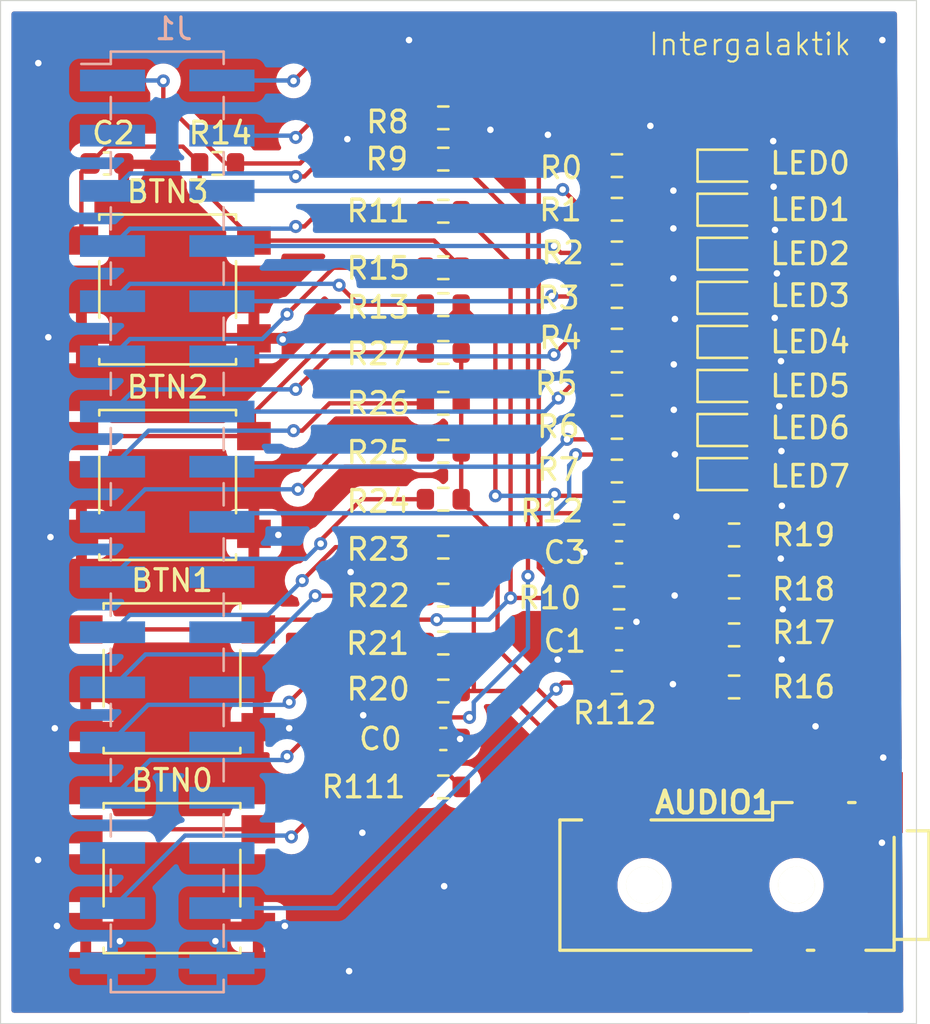
<source format=kicad_pcb>
(kicad_pcb (version 20240108) (generator "pcbnew") (generator_version "8.0")
  (title_block (date "2024-07-18") (company "Intergalaktik d.o.o."))
  (layers (0 "F.Cu" signal) (1 "In1.Cu" signal "GND1.Cu") (2 "In2.Cu" signal "GND2.Cu") (31 "B.Cu" signal) (34 "B.Paste" user) (35 "F.Paste" user) (36 "B.SilkS" user "B.Silkscreen") (37 "F.SilkS" user "F.Silkscreen") (38 "B.Mask" user) (39 "F.Mask" user) (44 "Edge.Cuts" user))
  (net 0 "")
  (net 1 "/AUDIO_V")
  (net 3 "/AUDIO_L")
  (net 4 "GND")
  (net 6 "/AUDIO_R")
  (net 7 "Net-(BTN0-Pad1)")
  (net 8 "Net-(BTN1-Pad1)")
  (net 9 "Net-(BTN2-Pad1)")
  (net 10 "Net-(BTN3-Pad1)")
  (net 11 "/FPGA_SPI_FWD")
  (net 12 "+2V5")
  (net 13 "/WC_A1")
  (net 14 "Net-(J1-Pin_32)")
  (net 15 "AUDIO_L2")
  (net 16 "+1V8")
  (net 17 "/SER_RX_N")
  (net 18 "AUDIO_R1")
  (net 19 "/SER_TX_N")
  (net 20 "/WB_A8")
  (net 21 "AUDIO_R3")
  (net 22 "/EA_A8")
  (net 23 "/SER_CLK_N")
  (net 24 "AUDIO_L1")
  (net 25 "/WC_A2")
  (net 26 "/WC_B0")
  (net 27 "Net-(J1-Pin_31)")
  (net 28 "/EA_B8")
  (net 29 "/WC_A3")
  (net 30 "AUDIO_L3")
  (net 31 "/SER_TX_P")
  (net 32 "AUDIO_R2")
  (net 33 "/WB_B8")
  (net 34 "/FPGA_RESET_IN")
  (net 35 "/SER_CLK_P")
  (net 36 "/WC_B1")
  (net 37 "/WC_B3")
  (net 38 "AUDIO_L0")
  (net 39 "AUDIO_R0")
  (net 40 "/WC_B2")
  (net 41 "/SER_RX_P")
  (net 42 "/WC_A0")
  (net 43 "Net-(LED0-K)")
  (net 44 "Net-(LED1-K)")
  (net 45 "Net-(LED2-K)")
  (net 46 "Net-(LED3-K)")
  (net 47 "Net-(LED4-K)")
  (net 48 "Net-(LED5-K)")
  (net 49 "Net-(LED6-K)")
  (net 50 "Net-(LED7-K)")
  (net 51 "AUDIO_V0")
  (net 52 "AUDIO_V1")
  (net 53 "AUDIO_V2")
  (net 54 "AUDIO_V3")
  (net 55 "/CLK0")
  (net 56 "/CLK3")
  (footprint "Resistor_SMD:R_0603_1608Metric" (layer "F.Cu") (at 127.5 75.557136)
    (property "Reference" "R24")
    (property "Value" "1.1k" (hide yes))
  )
  (footprint "Resistor_SMD:R_0603_1608Metric" (layer "F.Cu") (at 117.1 60.1)
    (property "Reference" "R14")
    (property "Value" "10K/R0402" (hide yes))
  )
  (footprint "LED_SMD:LED_0603_1608Metric" (layer "F.Cu") (at 140.7 74.4)
    (property "Reference" "LED7")
    (property "Value" "LED" (hide yes))
  )
  (footprint "LED_SMD:LED_0603_1608Metric" (layer "F.Cu") (at 140.7 60.2)
    (property "Reference" "LED0")
    (property "Value" "LED" (hide yes))
  )
  (footprint "Capacitor_SMD:C_0603_1608Metric" (layer "F.Cu") (at 135.6 82)
    (property "Reference" "C1")
    (property "Value" "100nF/10V/20%/X5R/C0402" (hide yes))
  )
  (footprint "Resistor_SMD:R_0603_1608Metric" (layer "F.Cu") (at 135.5 74.258331 180)
    (property "Reference" "R7")
    (property "Value" "2.2K/R0402" (hide yes))
  )
  (footprint "Resistor_SMD:R_0603_1608Metric" (layer "F.Cu") (at 140.9 79.6)
    (property "Reference" "R18")
    (property "Value" "270" (hide yes))
  )
  (footprint "Resistor_SMD:R_0603_1608Metric" (layer "F.Cu") (at 135.5 72.249998 180)
    (property "Reference" "R6")
    (property "Value" "2.2K/R0402" (hide yes))
  )
  (footprint "Button_Switch_SMD:SW_SPST_B3S-1000" (layer "F.Cu") (at 114.8 74.9)
    (property "Reference" "BTN2")
    (property "Value" "BTN" (hide yes))
  )
  (footprint "Resistor_SMD:R_0603_1608Metric" (layer "F.Cu") (at 135.5 66.224999 180)
    (property "Reference" "R3")
    (property "Value" "2.2K/R0402" (hide yes))
  )
  (footprint "Resistor_SMD:R_0603_1608Metric" (layer "F.Cu") (at 127.5 84.385704)
    (property "Reference" "R20")
    (property "Value" "1.1k" (hide yes))
  )
  (footprint "Resistor_SMD:R_0603_1608Metric" (layer "F.Cu") (at 127.5 71.142852)
    (property "Reference" "R26")
    (property "Value" "270" (hide yes))
  )
  (footprint "Resistor_SMD:R_0603_1608Metric" (layer "F.Cu") (at 127.5 73.349994)
    (property "Reference" "R25")
    (property "Value" "549" (hide yes))
  )
  (footprint "Capacitor_SMD:C_0603_1608Metric" (layer "F.Cu") (at 127.5 86.592846)
    (property "Reference" "C0")
    (property "Value" "100nF/10V/20%/X5R/C0402" (hide yes))
  )
  (footprint "Resistor_SMD:R_0603_1608Metric" (layer "F.Cu") (at 127.5 88.8)
    (property "Reference" "R111")
    (property "Value" "100R/R0402" (hide yes))
  )
  (footprint "Resistor_SMD:R_0603_1608Metric" (layer "F.Cu") (at 135.5 64.216666 180)
    (property "Reference" "R2")
    (property "Value" "2.2K/R0402" (hide yes))
  )
  (footprint "Resistor_SMD:R_0603_1608Metric" (layer "F.Cu") (at 135.6 76.2 180)
    (property "Reference" "R12")
    (property "Value" "10K/R0402" (hide yes))
  )
  (footprint "Resistor_SMD:R_0603_1608Metric" (layer "F.Cu") (at 135.6 80.1)
    (property "Reference" "R10")
    (property "Value" "10K/R0402" (hide yes))
  )
  (footprint "Resistor_SMD:R_0603_1608Metric" (layer "F.Cu") (at 127.5 82.178562)
    (property "Reference" "R21")
    (property "Value" "549" (hide yes))
  )
  (footprint "Resistor_SMD:R_0603_1608Metric" (layer "F.Cu") (at 135.5 70.241665 180)
    (property "Reference" "R5")
    (property "Value" "2.2K/R0402" (hide yes))
  )
  (footprint "Resistor_SMD:R_0603_1608Metric" (layer "F.Cu") (at 140.9 84.2)
    (property "Reference" "R16")
    (property "Value" "1.1k" (hide yes))
  )
  (footprint "Resistor_SMD:R_0603_1608Metric" (layer "F.Cu") (at 140.9 81.8)
    (property "Reference" "R17")
    (property "Value" "549" (hide yes))
  )
  (footprint "Resistor_SMD:R_0603_1608Metric" (layer "F.Cu") (at 135.5 62.208333 180)
    (property "Reference" "R1")
    (property "Value" "2.2K/R0402" (hide yes))
  )
  (footprint "Button_Switch_SMD:SW_SPST_B3S-1000" (layer "F.Cu") (at 115 93)
    (property "Reference" "BTN0")
    (property "Value" "BTN" (hide yes))
  )
  (footprint "Capacitor_SMD:C_0603_1608Metric" (layer "F.Cu") (at 112 60.1)
    (property "Reference" "C2")
    (property "Value" "100nF/10V/20%/X5R/C0402" (hide yes))
  )
  (footprint "Button_Switch_SMD:SW_SPST_B3S-1000" (layer "F.Cu") (at 115 83.8)
    (property "Reference" "BTN1")
    (property "Value" "BTN" (hide yes))
  )
  (footprint "Capacitor_SMD:C_0603_1608Metric" (layer "F.Cu") (at 135.6 78 180)
    (property "Reference" "C3")
    (property "Value" "100nF/10V/20%/X5R/C0402" (hide yes))
  )
  (footprint "Button_Switch_SMD:SW_SPST_B3S-1000" (layer "F.Cu") (at 114.8 65.9)
    (property "Reference" "BTN3")
    (property "Value" "BTN" (hide yes))
  )
  (footprint "LED_SMD:LED_0603_1608Metric" (layer "F.Cu") (at 140.7 64.257142)
    (property "Reference" "LED2")
    (property "Value" "LED" (hide yes))
  )
  (footprint "Resistor_SMD:R_0603_1608Metric" (layer "F.Cu") (at 127.5 79.97142)
    (property "Reference" "R22")
    (property "Value" "270" (hide yes))
  )
  (footprint "LED_SMD:LED_0603_1608Metric" (layer "F.Cu") (at 140.7 66.285713)
    (property "Reference" "LED3")
    (property "Value" "LED" (hide yes))
  )
  (footprint "Resistor_SMD:R_0603_1608Metric" (layer "F.Cu") (at 127.5 68.8)
    (property "Reference" "R27")
    (property "Value" "130" (hide yes))
  )
  (footprint "LED_SMD:LED_0603_1608Metric" (layer "F.Cu") (at 140.7 72.371426)
    (property "Reference" "LED6")
    (property "Value" "LED" (hide yes))
  )
  (footprint "LED_SMD:LED_0603_1608Metric" (layer "F.Cu") (at 140.7 62.228571)
    (property "Reference" "LED1")
    (property "Value" "LED" (hide yes))
  )
  (footprint "Resistor_SMD:R_0603_1608Metric" (layer "F.Cu") (at 127.5 58 180)
    (property "Reference" "R8")
    (property "Value" "10K/R0402" (hide yes))
  )
  (footprint "LED_SMD:LED_0603_1608Metric" (layer "F.Cu") (at 140.7 70.342855)
    (property "Reference" "LED5")
    (property "Value" "LED" (hide yes))
  )
  (footprint "Resistor_SMD:R_0603_1608Metric" (layer "F.Cu") (at 135.5 84)
    (property "Reference" "R112")
    (property "Value" "100R/R0402" (hide yes))
  )
  (footprint "Resistor_SMD:R_0603_1608Metric" (layer "F.Cu") (at 127.5 77.764278)
    (property "Reference" "R23")
    (property "Value" "130" (hide yes))
  )
  (footprint "Resistor_SMD:R_0603_1608Metric" (layer "F.Cu") (at 127.5 66.6)
    (property "Reference" "R13")
    (property "Value" "22R/R0402" (hide yes))
  )
  (footprint "Resistor_SMD:R_0603_1608Metric" (layer "F.Cu") (at 127.5 62.3)
    (property "Reference" "R11")
    (property "Value" "22R/R0402" (hide yes))
  )
  (footprint "Resistor_SMD:R_0603_1608Metric" (layer "F.Cu") (at 140.9 77.2)
    (property "Reference" "R19")
    (property "Value" "130" (hide yes))
  )
  (footprint "Resistor_SMD:R_0603_1608Metric" (layer "F.Cu") (at 127.5 59.9)
    (property "Reference" "R9")
    (property "Value" "22R/R0402" (hide yes))
  )
  (footprint "LED_SMD:LED_0603_1608Metric" (layer "F.Cu") (at 140.7 68.314284)
    (property "Reference" "LED4")
    (property "Value" "LED" (hide yes))
  )
  (footprint "audio-jack:CUI_SJ-43516-SMT" (layer "F.Cu") (at 140.7725 93.32 -90)
    (property "Reference" "AUDIO1")
    (property "Value" "JACK_TRS_6PINS" (hide yes))
  )
  (footprint "Resistor_SMD:R_0603_1608Metric" (layer "F.Cu") (at 135.5 68.233332 180)
    (property "Reference" "R4")
    (property "Value" "2.2K/R0402" (hide yes))
  )
  (footprint "Resistor_SMD:R_0603_1608Metric" (layer "F.Cu") (at 127.5 64.9)
    (property "Reference" "R15")
    (property "Value" "22R/R0402" (hide yes))
  )
  (footprint "Resistor_SMD:R_0603_1608Metric" (layer "F.Cu") (at 135.5 60.2 180)
    (property "Reference" "R0")
    (property "Value" "2.2K/R0402" (hide yes))
  )
  (footprint "Connector_PinSocket_2.54mm:PinSocket_2x17_P2.54mm_Vertical_SMD" (layer "B.Cu") (at 114.78 76.6 180)
    (property "Reference" "J1")
    (property "Value" "Conn_02x17_Odd_Even" (hide yes))
  )
  (gr_rect (start 107.1 52.6) (end 149.3 99.7) (stroke (width 0.05)) (fill none) (layer "Edge.Cuts"))
  (gr_text "Intergalaktik" (at 136.9 55.2 0) (layer "F.SilkS") (effects (font (size 1 1) (thickness 0.1)) (justify left bottom)))
  (segment (start 141.725 84.2) (end 144.8725 87.3475) (width 0.2) (layer "F.Cu") (net 1))
  (segment (start 144.8725 87.3475) (end 144.8725 89.52) (width 0.2) (layer "F.Cu") (net 1))
  (segment (start 141.725 77.2) (end 141.725 84.2) (width 0.2) (layer "F.Cu") (net 1))
  (segment (start 135.4725 89.52) (end 130.338204 84.385704) (width 0.2) (layer "F.Cu") (net 3))
  (segment (start 130.338204 84.385704) (end 128.425 84.385704) (width 0.2) (layer "F.Cu") (net 3))
  (segment (start 128.325 79.97142) (end 128.325 77.764278) (width 0.2) (layer "F.Cu") (net 3))
  (segment (start 128.904999 84.385704) (end 128.904999 77.864278) (width 0.2) (layer "F.Cu") (net 3))
  (segment (start 128.325 82.178562) (end 128.325 84.385704) (width 0.2) (layer "F.Cu") (net 3))
  (segment (start 128.904999 77.864278) (end 128.804999 77.764278) (width 0.2) (layer "F.Cu") (net 3))
  (segment (start 109.3 68.1) (end 110.775 68.1) (width 0.2) (layer "F.Cu") (net 4))
  (segment (start 119.025 86.1) (end 118.975 86.05) (width 0.2) (layer "F.Cu") (net 4))
  (segment (start 111.1 67.875) (end 111.1 67.6) (width 0.2) (layer "F.Cu") (net 4))
  (segment (start 118.775 68.15) (end 120.05 68.15) (width 0.2) (layer "F.Cu") (net 4))
  (segment (start 120.15 95.25) (end 120.2 95.2) (width 0.2) (layer "F.Cu") (net 4))
  (segment (start 110.675 77.3) (end 110.825 77.15) (width 0.2) (layer "F.Cu") (net 4))
  (segment (start 111.1 67.6) (end 111.375 67.6) (width 0.2) (layer "F.Cu") (net 4))
  (segment (start 119.85 77.15) (end 119.9 77.2) (width 0.2) (layer "F.Cu") (net 4))
  (segment (start 109.6 86.1) (end 110.975 86.1) (width 0.2) (layer "F.Cu") (net 4))
  (segment (start 118.925 77.3) (end 118.775 77.15) (width 0.2) (layer "F.Cu") (net 4))
  (segment (start 136.4 81.2) (end 136.4 81.975) (width 0.2) (layer "F.Cu") (net 4))
  (segment (start 147.6725 89.52) (end 147.6725 87.5475) (width 0.2) (layer "F.Cu") (net 4))
  (segment (start 134 78) (end 134.825 78) (width 0.2) (layer "F.Cu") (net 4))
  (segment (start 118.975 95.25) (end 120.15 95.25) (width 0.2) (layer "F.Cu") (net 4))
  (segment (start 118.825 77.2) (end 118.775 77.15) (width 0.2) (layer "F.Cu") (net 4))
  (segment (start 118.975 86.05) (end 120.35 86.05) (width 0.2) (layer "F.Cu") (net 4))
  (segment (start 110.825 68.15) (end 111.1 67.875) (width 0.2) (layer "F.Cu") (net 4))
  (segment (start 136.4 81.975) (end 136.375 82) (width 0.2) (layer "F.Cu") (net 4))
  (segment (start 118.825 68.2) (end 118.775 68.15) (width 0.2) (layer "F.Cu") (net 4))
  (segment (start 147.6725 89.52) (end 147.71 89.5575) (width 0.2) (layer "F.Cu") (net 4))
  (segment (start 110.975 95.2) (end 111.025 95.25) (width 0.2) (layer "F.Cu") (net 4))
  (segment (start 119.025 95.3) (end 118.975 95.25) (width 0.2) (layer "F.Cu") (net 4))
  (segment (start 120.35 86.05) (end 120.4 86.1) (width 0.2) (layer "F.Cu") (net 4))
  (segment (start 118.775 77.15) (end 119.85 77.15) (width 0.2) (layer "F.Cu") (net 4))
  (segment (start 109.7 95.2) (end 110.975 95.2) (width 0.2) (layer "F.Cu") (net 4))
  (segment (start 110.775 68.1) (end 110.825 68.15) (width 0.2) (layer "F.Cu") (net 4))
  (segment (start 120.05 68.15) (end 120.1 68.2) (width 0.2) (layer "F.Cu") (net 4))
  (segment (start 147.6725 87.5475) (end 147.77 87.45) (width 0.2) (layer "F.Cu") (net 4))
  (segment (start 109.4 77.3) (end 110.675 77.3) (width 0.2) (layer "F.Cu") (net 4))
  (segment (start 147.71 89.5575) (end 147.71 91.37) (width 0.2) (layer "F.Cu") (net 4))
  (segment (start 110.975 86.1) (end 111.025 86.05) (width 0.2) (layer "F.Cu") (net 4))
  (via (at 137.04 58.37) (size 0.6) (drill 0.3) (layers "F.Cu" "B.Cu") (net 4))
  (via (at 123.08 58.98) (size 0.6) (drill 0.3) (layers "F.Cu" "B.Cu") (net 4))
  (via (at 138.1 61.35) (size 0.6) (drill 0.3) (layers "F.Cu" "B.Cu") (net 4))
  (via (at 123.16 97.28) (size 0.6) (drill 0.3) (layers "F.Cu" "B.Cu") (net 4))
  (via (at 108.83 92.16) (size 0.6) (drill 0.3) (layers "F.Cu" "B.Cu") (net 4))
  (via (at 138.12 71.44) (size 0.6) (drill 0.3) (layers "F.Cu" "B.Cu") (net 4))
  (via (at 143.09 82.93) (size 0.6) (drill 0.3) (layers "F.Cu" "B.Cu") (net 4))
  (via (at 117 95.9) (size 0.6) (drill 0.3) (layers "F.Cu" "B.Cu") (net 4))
  (via (at 142.87 65.16) (size 0.6) (drill 0.3) (layers "F.Cu" "B.Cu") (net 4))
  (via (at 120.2 95.2) (size 0.6) (drill 0.3) (layers "F.Cu" "B.Cu") (net 4))
  (via (at 138.1 63.09) (size 0.6) (drill 0.3) (layers "F.Cu" "B.Cu") (net 4))
  (via (at 138.12 69.35) (size 0.6) (drill 0.3) (layers "F.Cu" "B.Cu") (net 4))
  (via (at 120.4 86.1) (size 0.6) (drill 0.3) (layers "F.Cu" "B.Cu") (net 4))
  (via (at 143.05 78.29) (size 0.6) (drill 0.3) (layers "F.Cu" "B.Cu") (net 4))
  (via (at 129.67 58.55) (size 0.6) (drill 0.3) (layers "F.Cu" "B.Cu") (net 4))
  (via (at 108.84 55.48) (size 0.6) (drill 0.3) (layers "F.Cu" "B.Cu") (net 4))
  (via (at 120.1 68.2) (size 0.6) (drill 0.3) (layers "F.Cu" "B.Cu") (net 4))
  (via (at 143.1 75.86) (size 0.6) (drill 0.3) (layers "F.Cu" "B.Cu") (net 4))
  (via (at 138.17 73.49) (size 0.6) (drill 0.3) (layers "F.Cu" "B.Cu") (net 4))
  (via (at 123.23 78.91) (size 0.6) (drill 0.3) (layers "F.Cu" "B.Cu") (net 4))
  (via (at 138.1 65.39) (size 0.6) (drill 0.3) (layers "F.Cu" "B.Cu") (net 4))
  (via (at 136.4 81.2) (size 0.6) (drill 0.3) (layers "F.Cu" "B.Cu") (net 4))
  (via (at 147.71 91.37) (size 0.6) (drill 0.3) (layers "F.Cu" "B.Cu") (net 4))
  (via (at 109.7 95.2) (size 0.6) (drill 0.3) (layers "F.Cu" "B.Cu") (net 4))
  (via (at 143.14 80.62) (size 0.6) (drill 0.3) (layers "F.Cu" "B.Cu") (net 4))
  (via (at 134 78) (size 0.6) (drill 0.3) (layers "F.Cu" "B.Cu") (net 4))
  (via (at 128.275 86.592846) (size 0.6) (drill 0.3) (layers "F.Cu" "B.Cu") (net 4))
  (via (at 143.06 69.2) (size 0.6) (drill 0.3) (layers "F.Cu" "B.Cu") (net 4))
  (via (at 112.6 95.9) (size 0.6) (drill 0.3) (layers "F.Cu" "B.Cu") (net 4))
  (via (at 147.77 87.45) (size 0.6) (drill 0.3) (layers "F.Cu" "B.Cu") (net 4))
  (via (at 119.9 77.2) (size 0.6) (drill 0.3) (layers "F.Cu" "B.Cu") (net 4))
  (via (at 138.16 79.99) (size 0.6) (drill 0.3) (layers "F.Cu" "B.Cu") (net 4))
  (via (at 127.54 93.37) (size 0.6) (drill 0.3) (layers "F.Cu" "B.Cu") (net 4))
  (via (at 138.24 76.35) (size 0.6) (drill 0.3) (layers "F.Cu" "B.Cu") (net 4))
  (via (at 144.65 86.01) (size 0.6) (drill 0.3) (layers "F.Cu" "B.Cu") (net 4))
  (via (at 142.7 59.07) (size 0.6) (drill 0.3) (layers "F.Cu" "B.Cu") (net 4))
  (via (at 142.72 61.17) (size 0.6) (drill 0.3) (layers "F.Cu" "B.Cu") (net 4))
  (via (at 147.73 54.42) (size 0.6) (drill 0.3) (layers "F.Cu" "B.Cu") (net 4))
  (via (at 138.17 67.26) (size 0.6) (drill 0.3) (layers "F.Cu" "B.Cu") (net 4))
  (via (at 123.81 85.5) (size 0.6) (drill 0.3) (layers "F.Cu" "B.Cu") (net 4))
  (via (at 109.4 77.3) (size 0.6) (drill 0.3) (layers "F.Cu" "B.Cu") (net 4))
  (via (at 123.77 90.91) (size 0.6) (drill 0.3) (layers "F.Cu" "B.Cu") (net 4))
  (via (at 142.78 63.16) (size 0.6) (drill 0.3) (layers "F.Cu" "B.Cu") (net 4))
  (via (at 138.08 84.07) (size 0.6) (drill 0.3) (layers "F.Cu" "B.Cu") (net 4))
  (via (at 109.3 68.1) (size 0.6) (drill 0.3) (layers "F.Cu" "B.Cu") (net 4))
  (via (at 143.08 73.34) (size 0.6) (drill 0.3) (layers "F.Cu" "B.Cu") (net 4))
  (via (at 142.98 71.28) (size 0.6) (drill 0.3) (layers "F.Cu" "B.Cu") (net 4))
  (via (at 109.6 86.1) (size 0.6) (drill 0.3) (layers "F.Cu" "B.Cu") (net 4))
  (via (at 125.92 54.42) (size 0.6) (drill 0.3) (layers "F.Cu" "B.Cu") (net 4))
  (via (at 132.32 58.78) (size 0.6) (drill 0.3) (layers "F.Cu" "B.Cu") (net 4))
  (via (at 142.77 67.21) (size 0.6) (drill 0.3) (layers "F.Cu" "B.Cu") (net 4))
  (via (at 132.77 82.94) (size 0.6) (drill 0.3) (layers "F.Cu" "B.Cu") (net 4))
  (segment (start 137.79 86.9) (end 139.73 88.84) (width 0.2) (layer "F.Cu") (net 6))
  (segment (start 134.45 86.898529) (end 134.45 86.9) (width 0.2) (layer "F.Cu") (net 6))
  (segment (start 128.325 73.349994) (end 128.325 75.557136) (width 0.2) (layer "F.Cu") (net 6))
  (segment (start 128.325 71.142852) (end 128.325 68.8) (width 0.2) (layer "F.Cu") (net 6))
  (segment (start 139.73 93.8775) (end 142.9725 97.12) (width 0.2) (layer "F.Cu") (net 6))
  (segment (start 130 82.448529) (end 134.45 86.898529) (width 0.2) (layer "F.Cu") (net 6))
  (segment (start 134.45 86.9) (end 137.79 86.9) (width 0.2) (layer "F.Cu") (net 6))
  (segment (start 139.73 88.84) (end 139.73 93.8775) (width 0.2) (layer "F.Cu") (net 6))
  (segment (start 128.325 71.142852) (end 128.325 73.349994) (width 0.2) (layer "F.Cu") (net 6))
  (segment (start 130 77.332136) (end 130 82.448529) (width 0.2) (layer "F.Cu") (net 6))
  (segment (start 128.225 75.557136) (end 130 77.332136) (width 0.2) (layer "F.Cu") (net 6))
  (segment (start 123.132154 86.592846) (end 126.725 86.592846) (width 0.2) (layer "F.Cu") (net 7))
  (segment (start 128.325 59.9) (end 128.325 58) (width 0.2) (layer "F.Cu") (net 7))
  (segment (start 126.725 86.592846) (end 127.717846 85.6) (width 0.2) (layer "F.Cu") (net 7))
  (segment (start 118.975 90.75) (end 123.132154 86.592846) (width 0.2) (layer "F.Cu") (net 7))
  (segment (start 131.4 63.175) (end 131.4 79.1) (width 0.2) (layer "F.Cu") (net 7))
  (segment (start 128.125 59.9) (end 131.4 63.175) (width 0.2) (layer "F.Cu") (net 7))
  (segment (start 111.025 90.75) (end 118.975 90.75) (width 0.2) (layer "F.Cu") (net 7))
  (segment (start 127.717846 85.6) (end 128.704999 85.6) (width 0.2) (layer "F.Cu") (net 7))
  (via (at 128.704999 85.6) (size 0.6) (drill 0.3) (layers "F.Cu" "B.Cu") (net 7))
  (via (at 131.4 79.1) (size 0.6) (drill 0.3) (layers "F.Cu" "B.Cu") (net 7))
  (segment (start 131.4 82.4) (end 131.4 79.1) (width 0.2) (layer "B.Cu") (net 7))
  (segment (start 128.9 84.9) (end 131.4 82.4) (width 0.2) (layer "B.Cu") (net 7))
  (segment (start 128.904999 85.6) (end 128.904999 84.9) (width 0.2) (layer "B.Cu") (net 7))
  (segment (start 130.6 64.675) (end 130.6 80.1) (width 0.2) (layer "F.Cu") (net 8))
  (segment (start 111.025 81.55) (end 118.975 81.55) (width 0.2) (layer "F.Cu") (net 8))
  (segment (start 134.775 81.95) (end 134.825 82) (width 0.2) (layer "F.Cu") (net 8))
  (segment (start 130.6 80.1) (end 134.775 80.1) (width 0.2) (layer "F.Cu") (net 8))
  (segment (start 119.425 81.1) (end 127.2 81.1) (width 0.2) (layer "F.Cu") (net 8))
  (segment (start 128.225 62.3) (end 130.6 64.675) (width 0.2) (layer "F.Cu") (net 8))
  (segment (start 118.975 81.55) (end 119.425 81.1) (width 0.2) (layer "F.Cu") (net 8))
  (segment (start 134.775 80.1) (end 134.775 81.95) (width 0.2) (layer "F.Cu") (net 8))
  (via (at 130.6 80.1) (size 0.6) (drill 0.3) (layers "F.Cu" "B.Cu") (net 8))
  (via (at 127.2 81.1) (size 0.6) (drill 0.3) (layers "F.Cu" "B.Cu") (net 8))
  (segment (start 129.6 81.1) (end 130.6 80.1) (width 0.2) (layer "B.Cu") (net 8))
  (segment (start 127.2 81.1) (end 129.6 81.1) (width 0.2) (layer "B.Cu") (net 8))
  (segment (start 127.55 67.375) (end 122.976471 67.375) (width 0.2) (layer "F.Cu") (net 9))
  (segment (start 128.325 66.6) (end 127.55 67.375) (width 0.2) (layer "F.Cu") (net 9))
  (segment (start 136.375 76.25) (end 136.425 76.2) (width 0.2) (layer "F.Cu") (net 9))
  (segment (start 132.625735 75.325735) (end 132.7 75.4) (width 0.2) (layer "F.Cu") (net 9))
  (segment (start 110.825 72.65) (end 118.775 72.65) (width 0.2) (layer "F.Cu") (net 9))
  (segment (start 135.625 75.4) (end 136.425 76.2) (width 0.2) (layer "F.Cu") (net 9))
  (segment (start 118.775 71.576471) (end 118.775 72.65) (width 0.2) (layer "F.Cu") (net 9))
  (segment (start 132.7 75.4) (end 135.625 75.4) (width 0.2) (layer "F.Cu") (net 9))
  (segment (start 129.9 68.175) (end 128.325 66.6) (width 0.2) (layer "F.Cu") (net 9))
  (segment (start 129.9 75.4) (end 129.9 68.175) (width 0.2) (layer "F.Cu") (net 9))
  (segment (start 136.375 78) (end 136.375 76.25) (width 0.2) (layer "F.Cu") (net 9))
  (segment (start 122.976471 67.375) (end 118.775 71.576471) (width 0.2) (layer "F.Cu") (net 9))
  (via (at 129.9 75.4) (size 0.6) (drill 0.3) (layers "F.Cu" "B.Cu") (net 9))
  (via (at 132.625735 75.325735) (size 0.6) (drill 0.3) (layers "F.Cu" "B.Cu") (net 9))
  (segment (start 132.55147 75.4) (end 132.625735 75.325735) (width 0.2) (layer "B.Cu") (net 9))
  (segment (start 129.9 75.4) (end 132.55147 75.4) (width 0.2) (layer "B.Cu") (net 9))
  (segment (start 118.775 63.65) (end 127.075 63.65) (width 0.2) (layer "F.Cu") (net 10))
  (segment (start 110.825 60.5) (end 111.225 60.1) (width 0.2) (layer "F.Cu") (net 10))
  (segment (start 127.075 63.65) (end 128.325 64.9) (width 0.2) (layer "F.Cu") (net 10))
  (segment (start 116.275 60.1) (end 116.275 61.15) (width 0.2) (layer "F.Cu") (net 10))
  (segment (start 110.825 63.65) (end 110.825 60.5) (width 0.2) (layer "F.Cu") (net 10))
  (segment (start 115.5 59.325) (end 116.275 60.1) (width 0.2) (layer "F.Cu") (net 10))
  (segment (start 116.275 61.15) (end 118.775 63.65) (width 0.2) (layer "F.Cu") (net 10))
  (segment (start 111.225 60.1) (end 112 59.325) (width 0.2) (layer "F.Cu") (net 10))
  (segment (start 112 59.325) (end 115.5 59.325) (width 0.2) (layer "F.Cu") (net 10))
  (segment (start 123.1 57.9) (end 126.375 57.9) (width 0.2) (layer "F.Cu") (net 12))
  (segment (start 120.9 60.1) (end 123.1 57.9) (width 0.2) (layer "F.Cu") (net 12))
  (segment (start 117.925 60.1) (end 120.9 60.1) (width 0.2) (layer "F.Cu") (net 12))
  (segment (start 131.975 76.225) (end 132 76.2) (width 0.2) (layer "F.Cu") (net 12))
  (segment (start 131.9 78.7) (end 131.9 60.587352) (width 0.2) (layer "F.Cu") (net 12))
  (segment (start 131.9 60.587352) (end 130.65 59.337352) (width 0.2) (layer "F.Cu") (net 12))
  (segment (start 114.6 57.237352) (end 117.462648 60.1) (width 0.2) (layer "F.Cu") (net 12))
  (segment (start 132 76.2) (end 134.775 76.2) (width 0.2) (layer "F.Cu") (net 12))
  (segment (start 131.975 78.775) (end 131.9 78.7) (width 0.2) (layer "F.Cu") (net 12))
  (segment (start 132.3 79.1) (end 131.975 78.775) (width 0.2) (layer "F.Cu") (net 12))
  (segment (start 129.58 57.1) (end 127.575 57.1) (width 0.2) (layer "F.Cu") (net 12))
  (segment (start 136.425 80.1) (end 135.425 79.1) (width 0.2) (layer "F.Cu") (net 12))
  (segment (start 135.425 79.1) (end 132.3 79.1) (width 0.2) (layer "F.Cu") (net 12))
  (segment (start 114.6 56.3) (end 114.6 57.237352) (width 0.2) (layer "F.Cu") (net 12))
  (segment (start 131.975 78.775) (end 131.975 76.225) (width 0.2) (layer "F.Cu") (net 12))
  (segment (start 117.462648 60.1) (end 117.925 60.1) (width 0.2) (layer "F.Cu") (net 12))
  (segment (start 127.575 57.1) (end 126.675 58) (width 0.2) (layer "F.Cu") (net 12))
  (segment (start 130.65 58.17) (end 129.58 57.1) (width 0.2) (layer "F.Cu") (net 12))
  (segment (start 130.65 59.337352) (end 130.65 58.17) (width 0.2) (layer "F.Cu") (net 12))
  (via (at 114.6 56.3) (size 0.6) (drill 0.3) (layers "F.Cu" "B.Cu") (net 12))
  (segment (start 112.26 56.28) (end 114.58 56.28) (width 0.2) (layer "B.Cu") (net 12))
  (segment (start 114.58 56.28) (end 114.6 56.3) (width 0.2) (layer "B.Cu") (net 12))
  (segment (start 132.8 70.9) (end 133.458335 70.241665) (width 0.2) (layer "F.Cu") (net 13))
  (segment (start 133.458335 70.241665) (end 134.675 70.241665) (width 0.2) (layer "F.Cu") (net 13))
  (via (at 132.8 70.9) (size 0.6) (drill 0.3) (layers "F.Cu" "B.Cu") (net 13))
  (segment (start 117.3 71.52) (end 132.18 71.52) (width 0.2) (layer "B.Cu") (net 13))
  (segment (start 132.18 71.52) (end 132.8 70.9) (width 0.2) (layer "B.Cu") (net 13))
  (segment (start 133 84) (end 134.675 84) (width 0.2) (layer "F.Cu") (net 14))
  (segment (start 132.7 84.3) (end 133 84) (width 0.2) (layer "F.Cu") (net 14))
  (via (at 132.7 84.3) (size 0.6) (drill 0.3) (layers "F.Cu" "B.Cu") (net 14))
  (segment (start 122.62 94.38) (end 132.7 84.3) (width 0.2) (layer "B.Cu") (net 14))
  (segment (start 117.3 94.38) (end 122.62 94.38) (width 0.2) (layer "B.Cu") (net 14))
  (segment (start 123.2 80) (end 123.22858 79.97142) (width 0.2) (layer "F.Cu") (net 15))
  (segment (start 121.6 80) (end 123.2 80) (width 0.2) (layer "F.Cu") (net 15))
  (segment (start 123.22858 79.97142) (end 126.675 79.97142) (width 0.2) (layer "F.Cu") (net 15))
  (via (at 121.6 80) (size 0.6) (drill 0.3) (layers "F.Cu" "B.Cu") (net 15))
  (segment (start 121.6 80) (end 118.9 82.7) (width 0.2) (layer "B.Cu") (net 15))
  (segment (start 113.78 82.7) (end 112.26 84.22) (width 0.2) (layer "B.Cu") (net 15))
  (segment (start 118.9 82.7) (end 113.78 82.7) (width 0.2) (layer "B.Cu") (net 15))
  (segment (start 141.4875 74.4) (end 141.4875 60.2) (width 0.2) (layer "F.Cu") (net 16))
  (segment (start 136.7175 55.43) (end 141.4875 60.2) (width 0.2) (layer "F.Cu") (net 16))
  (segment (start 121.47 55.43) (end 136.7175 55.43) (width 0.2) (layer "F.Cu") (net 16))
  (segment (start 120.6 56.3) (end 121.47 55.43) (width 0.2) (layer "F.Cu") (net 16))
  (via (at 120.6 56.3) (size 0.6) (drill 0.3) (layers "F.Cu" "B.Cu") (net 16))
  (segment (start 120.6 56.3) (end 120.58 56.28) (width 0.2) (layer "B.Cu") (net 16))
  (segment (start 117.28 56.3) (end 117.3 56.28) (width 0.2) (layer "B.Cu") (net 16))
  (segment (start 120.58 56.28) (end 117.3 56.28) (width 0.2) (layer "B.Cu") (net 16))
  (segment (start 122.650006 73.349994) (end 126.575 73.349994) (width 0.2) (layer "F.Cu") (net 18))
  (segment (start 120.9 75.1) (end 122.650006 73.349994) (width 0.2) (layer "F.Cu") (net 18))
  (segment (start 120.8 75.1) (end 120.9 75.1) (width 0.2) (layer "F.Cu") (net 18))
  (via (at 120.8 75.1) (size 0.6) (drill 0.3) (layers "F.Cu" "B.Cu") (net 18))
  (segment (start 113.76 75.1) (end 112.26 76.6) (width 0.2) (layer "B.Cu") (net 18))
  (segment (start 120.8 75.1) (end 113.76 75.1) (width 0.2) (layer "B.Cu") (net 18))
  (segment (start 122.7 65.7) (end 123.6 66.6) (width 0.2) (layer "F.Cu") (net 20))
  (segment (start 123.6 66.6) (end 126.675 66.6) (width 0.2) (layer "F.Cu") (net 20))
  (via (at 122.7 65.7) (size 0.6) (drill 0.3) (layers "F.Cu" "B.Cu") (net 20))
  (segment (start 112.26 66.44) (end 113.06 65.64) (width 0.2) (layer "B.Cu") (net 20))
  (segment (start 113.06 65.64) (end 122.64 65.64) (width 0.2) (layer "B.Cu") (net 20))
  (segment (start 122.64 65.64) (end 122.7 65.7) (width 0.2) (layer "B.Cu") (net 20))
  (segment (start 120.7 70.5) (end 122.4 68.8) (width 0.2) (layer "F.Cu") (net 21))
  (segment (start 122.4 68.8) (end 126.675 68.8) (width 0.2) (layer "F.Cu") (net 21))
  (via (at 120.7 70.5) (size 0.6) (drill 0.3) (layers "F.Cu" "B.Cu") (net 21))
  (segment (start 112.26 71.52) (end 113.28 70.5) (width 0.2) (layer "B.Cu") (net 21))
  (segment (start 113.28 70.5) (end 120.7 70.5) (width 0.2) (layer "B.Cu") (net 21))
  (segment (start 120.7 60.7) (end 121.1 60.7) (width 0.2) (layer "F.Cu") (net 22))
  (segment (start 121.1 60.7) (end 121.9 59.9) (width 0.2) (layer "F.Cu") (net 22))
  (segment (start 121.9 59.9) (end 126.475 59.9) (width 0.2) (layer "F.Cu") (net 22))
  (via (at 120.7 60.7) (size 0.6) (drill 0.3) (layers "F.Cu" "B.Cu") (net 22))
  (segment (start 112.26 61.36) (end 113.06 60.56) (width 0.2) (layer "B.Cu") (net 22))
  (segment (start 120.56 60.56) (end 120.7 60.7) (width 0.2) (layer "B.Cu") (net 22))
  (segment (start 113.06 60.56) (end 120.56 60.56) (width 0.2) (layer "B.Cu") (net 22))
  (segment (start 120.4 84.9) (end 123.121438 82.178562) (width 0.2) (layer "F.Cu") (net 24))
  (segment (start 123.121438 82.178562) (end 126.675 82.178562) (width 0.2) (layer "F.Cu") (net 24))
  (via (at 120.4 84.9) (size 0.6) (drill 0.3) (layers "F.Cu" "B.Cu") (net 24))
  (segment (start 120.28 85.02) (end 120.4 84.9) (width 0.2) (layer "B.Cu") (net 24))
  (segment (start 113.9 85.02) (end 120.28 85.02) (width 0.2) (layer "B.Cu") (net 24))
  (segment (start 112.26 86.76) (end 112.26 86.66) (width 0.2) (layer "B.Cu") (net 24))
  (segment (start 112.26 86.66) (end 113.9 85.02) (width 0.2) (layer "B.Cu") (net 24))
  (segment (start 132.524999 66.224999) (end 134.675 66.224999) (width 0.2) (layer "F.Cu") (net 25))
  (segment (start 132.5 66.2) (end 132.524999 66.224999) (width 0.2) (layer "F.Cu") (net 25))
  (via (at 132.5 66.2) (size 0.6) (drill 0.3) (layers "F.Cu" "B.Cu") (net 25))
  (segment (start 132.26 66.44) (end 132.5 66.2) (width 0.2) (layer "B.Cu") (net 25))
  (segment (start 117.3 66.44) (end 132.26 66.44) (width 0.2) (layer "B.Cu") (net 25))
  (segment (start 134.124998 72.8) (end 134.675 72.249998) (width 0.2) (layer "F.Cu") (net 26))
  (segment (start 133.2 72.8) (end 134.124998 72.8) (width 0.2) (layer "F.Cu") (net 26))
  (via (at 133.2 72.8) (size 0.6) (drill 0.3) (layers "F.Cu" "B.Cu") (net 26))
  (segment (start 117.3 74.06) (end 131.94 74.06) (width 0.2) (layer "B.Cu") (net 26))
  (segment (start 131.94 74.06) (end 133.2 72.8) (width 0.2) (layer "B.Cu") (net 26))
  (segment (start 123.575 88.025) (end 127.55 88.025) (width 0.2) (layer "F.Cu") (net 27))
  (segment (start 127.55 88.025) (end 128.325 88.8) (width 0.2) (layer "F.Cu") (net 27))
  (segment (start 120.5 91.1) (end 123.575 88.025) (width 0.2) (layer "F.Cu") (net 27))
  (via (at 120.5 91.1) (size 0.6) (drill 0.3) (layers "F.Cu" "B.Cu") (net 27))
  (segment (start 115.6 91.04) (end 120.44 91.04) (width 0.2) (layer "B.Cu") (net 27))
  (segment (start 112.26 94.38) (end 115.6 91.04) (width 0.2) (layer "B.Cu") (net 27))
  (segment (start 120.44 91.04) (end 120.5 91.1) (width 0.2) (layer "B.Cu") (net 27))
  (segment (start 121.8 62.3) (end 126.575 62.3) (width 0.2) (layer "F.Cu") (net 28))
  (segment (start 121.1 63) (end 121.8 62.3) (width 0.2) (layer "F.Cu") (net 28))
  (segment (start 120.7 63) (end 121.1 63) (width 0.2) (layer "F.Cu") (net 28))
  (via (at 120.7 63) (size 0.6) (drill 0.3) (layers "F.Cu" "B.Cu") (net 28))
  (segment (start 120.6 63.1) (end 120.7 63) (width 0.2) (layer "B.Cu") (net 28))
  (segment (start 113.06 63.1) (end 120.6 63.1) (width 0.2) (layer "B.Cu") (net 28))
  (segment (start 112.26 63.9) (end 113.06 63.1) (width 0.2) (layer "B.Cu") (net 28))
  (segment (start 133.908333 62.208333) (end 134.675 62.208333) (width 0.2) (layer "F.Cu") (net 29))
  (segment (start 133 61.3) (end 133.908333 62.208333) (width 0.2) (layer "F.Cu") (net 29))
  (via (at 133 61.3) (size 0.6) (drill 0.3) (layers "F.Cu" "B.Cu") (net 29))
  (segment (start 132.94 61.36) (end 117.3 61.36) (width 0.2) (layer "B.Cu") (net 29))
  (segment (start 133 61.3) (end 132.94 61.36) (width 0.2) (layer "B.Cu") (net 29))
  (segment (start 121 79.3) (end 122.535722 77.764278) (width 0.2) (layer "F.Cu") (net 30))
  (segment (start 122.535722 77.764278) (end 126.675 77.764278) (width 0.2) (layer "F.Cu") (net 30))
  (via (at 121 79.3) (size 0.6) (drill 0.3) (layers "F.Cu" "B.Cu") (net 30))
  (segment (start 113.06 80.88) (end 112.26 81.68) (width 0.2) (layer "B.Cu") (net 30))
  (segment (start 119.42 80.88) (end 113.06 80.88) (width 0.2) (layer "B.Cu") (net 30))
  (segment (start 121 79.3) (end 119.42 80.88) (width 0.2) (layer "B.Cu") (net 30))
  (segment (start 122.257148 71.142852) (end 126.675 71.142852) (width 0.2) (layer "F.Cu") (net 32))
  (segment (start 121 72.4) (end 122.257148 71.142852) (width 0.2) (layer "F.Cu") (net 32))
  (segment (start 120.6 72.4) (end 121 72.4) (width 0.2) (layer "F.Cu") (net 32))
  (via (at 120.6 72.4) (size 0.6) (drill 0.3) (layers "F.Cu" "B.Cu") (net 32))
  (segment (start 113.92 72.4) (end 120.6 72.4) (width 0.2) (layer "B.Cu") (net 32))
  (segment (start 112.26 74.06) (end 113.92 72.4) (width 0.2) (layer "B.Cu") (net 32))
  (segment (start 120.3 67.04) (end 122.44 64.9) (width 0.2) (layer "F.Cu") (net 33))
  (segment (start 122.44 64.9) (end 126.775 64.9) (width 0.2) (layer "F.Cu") (net 33))
  (via (at 120.3 67.04) (size 0.6) (drill 0.3) (layers "F.Cu" "B.Cu") (net 33))
  (segment (start 112.26 68.98) (end 113.06 68.18) (width 0.2) (layer "B.Cu") (net 33))
  (segment (start 119.16 68.18) (end 120.3 67.04) (width 0.2) (layer "B.Cu") (net 33))
  (segment (start 113.06 68.18) (end 119.16 68.18) (width 0.2) (layer "B.Cu") (net 33))
  (segment (start 133.266668 68.233332) (end 134.675 68.233332) (width 0.2) (layer "F.Cu") (net 36))
  (segment (start 132.6 68.9) (end 133.266668 68.233332) (width 0.2) (layer "F.Cu") (net 36))
  (via (at 132.6 68.9) (size 0.6) (drill 0.3) (layers "F.Cu" "B.Cu") (net 36))
  (segment (start 132.52 68.98) (end 132.6 68.9) (width 0.2) (layer "B.Cu") (net 36))
  (segment (start 117.3 68.98) (end 132.52 68.98) (width 0.2) (layer "B.Cu") (net 36))
  (segment (start 120.7 58.9) (end 123.59 56.01) (width 0.2) (layer "F.Cu") (net 37))
  (segment (start 134.675 58.175) (end 134.675 60.2) (width 0.2) (layer "F.Cu") (net 37))
  (segment (start 134.5 60.025) (end 134.675 60.2) (width 0.2) (layer "F.Cu") (net 37))
  (segment (start 123.59 56.01) (end 132.51 56.01) (width 0.2) (layer "F.Cu") (net 37))
  (segment (start 132.51 56.01) (end 134.675 58.175) (width 0.2) (layer "F.Cu") (net 37))
  (via (at 120.7 58.9) (size 0.6) (drill 0.3) (layers "F.Cu" "B.Cu") (net 37))
  (segment (start 120.7 58.9) (end 120.62 58.82) (width 0.2) (layer "B.Cu") (net 37))
  (segment (start 120.62 58.82) (end 117.3 58.82) (width 0.2) (layer "B.Cu") (net 37))
  (segment (start 120.3 87.4) (end 123.314296 84.385704) (width 0.2) (layer "F.Cu") (net 38))
  (segment (start 123.314296 84.385704) (end 126.775 84.385704) (width 0.2) (layer "F.Cu") (net 38))
  (via (at 120.3 87.4) (size 0.6) (drill 0.3) (layers "F.Cu" "B.Cu") (net 38))
  (segment (start 114 87.56) (end 120.14 87.56) (width 0.2) (layer "B.Cu") (net 38))
  (segment (start 120.14 87.56) (end 120.3 87.4) (width 0.2) (layer "B.Cu") (net 38))
  (segment (start 112.26 89.3) (end 114 87.56) (width 0.2) (layer "B.Cu") (net 38))
  (segment (start 123.742864 75.557136) (end 126.575 75.557136) (width 0.2) (layer "F.Cu") (net 39))
  (segment (start 121.849332 77.602138) (end 121.849332 77.450668) (width 0.2) (layer "F.Cu") (net 39))
  (segment (start 121.849332 77.450668) (end 123.742864 75.557136) (width 0.2) (layer "F.Cu") (net 39))
  (via (at 121.849332 77.602138) (size 0.6) (drill 0.3) (layers "F.Cu" "B.Cu") (net 39))
  (segment (start 121.849332 77.602138) (end 121.15147 78.3) (width 0.2) (layer "B.Cu") (net 39))
  (segment (start 121.15147 78.3) (end 113.1 78.3) (width 0.2) (layer "B.Cu") (net 39))
  (segment (start 113.1 78.3) (end 112.26 79.14) (width 0.2) (layer "B.Cu") (net 39))
  (segment (start 132.916666 64.216666) (end 134.675 64.216666) (width 0.2) (layer "F.Cu") (net 40))
  (segment (start 132.6 63.9) (end 132.916666 64.216666) (width 0.2) (layer "F.Cu") (net 40))
  (via (at 132.6 63.9) (size 0.6) (drill 0.3) (layers "F.Cu" "B.Cu") (net 40))
  (segment (start 117.3 63.9) (end 132.6 63.9) (width 0.2) (layer "B.Cu") (net 40))
  (segment (start 134.675 73.5) (end 134.675 74.258331) (width 0.2) (layer "F.Cu") (net 42))
  (segment (start 133.6 73.5) (end 134.675 73.5) (width 0.2) (layer "F.Cu") (net 42))
  (via (at 133.6 73.5) (size 0.6) (drill 0.3) (layers "F.Cu" "B.Cu") (net 42))
  (segment (start 133.3 75.5) (end 132.6 76.2) (width 0.2) (layer "B.Cu") (net 42))
  (segment (start 133.3 74) (end 133.3 75.5) (width 0.2) (layer "B.Cu") (net 42))
  (segment (start 133.6 73.5) (end 133.6 73.7) (width 0.2) (layer "B.Cu") (net 42))
  (segment (start 133.6 73.7) (end 133.3 74) (width 0.2) (layer "B.Cu") (net 42))
  (segment (start 117.7 76.2) (end 117.3 76.6) (width 0.2) (layer "B.Cu") (net 42))
  (segment (start 132.6 76.2) (end 117.7 76.2) (width 0.2) (layer "B.Cu") (net 42))
  (segment (start 139.9125 60.2) (end 136.325 60.2) (width 0.2) (layer "F.Cu") (net 43))
  (segment (start 136.345238 62.228571) (end 136.325 62.208333) (width 0.2) (layer "F.Cu") (net 44))
  (segment (start 139.9125 62.228571) (end 136.345238 62.228571) (width 0.2) (layer "F.Cu") (net 44))
  (segment (start 139.9125 64.257142) (end 136.365476 64.257142) (width 0.2) (layer "F.Cu") (net 45))
  (segment (start 136.365476 64.257142) (end 136.325 64.216666) (width 0.2) (layer "F.Cu") (net 45))
  (segment (start 136.385714 66.285713) (end 136.325 66.224999) (width 0.2) (layer "F.Cu") (net 46))
  (segment (start 139.9125 66.285713) (end 136.385714 66.285713) (width 0.2) (layer "F.Cu") (net 46))
  (segment (start 139.9125 68.314284) (end 136.405952 68.314284) (width 0.2) (layer "F.Cu") (net 47))
  (segment (start 136.405952 68.314284) (end 136.325 68.233332) (width 0.2) (layer "F.Cu") (net 47))
  (segment (start 139.9125 70.342855) (end 136.42619 70.342855) (width 0.2) (layer "F.Cu") (net 48))
  (segment (start 136.42619 70.342855) (end 136.325 70.241665) (width 0.2) (layer "F.Cu") (net 48))
  (segment (start 136.446428 72.371426) (end 136.325 72.249998) (width 0.2) (layer "F.Cu") (net 49))
  (segment (start 139.9125 72.371426) (end 136.446428 72.371426) (width 0.2) (layer "F.Cu") (net 49))
  (segment (start 139.9125 74.4) (end 136.466669 74.4) (width 0.2) (layer "F.Cu") (net 50))
  (segment (start 136.466669 74.4) (end 136.325 74.258331) (width 0.2) (layer "F.Cu") (net 50))
  (zone (net 4) (net_name "GND") (layers "F.Cu" "In1.Cu" "In2.Cu" "B.Cu") (connect_pads (clearance 0.5)) (min_thickness 0.25) (fill yes (thermal_gap 0.5) (thermal_bridge_width 0.5))
    (polygon (pts (xy 107.3 53) (xy 148.4 53) (xy 148.7 99.4) (xy 107.6 99.4)))
  )
)
</source>
